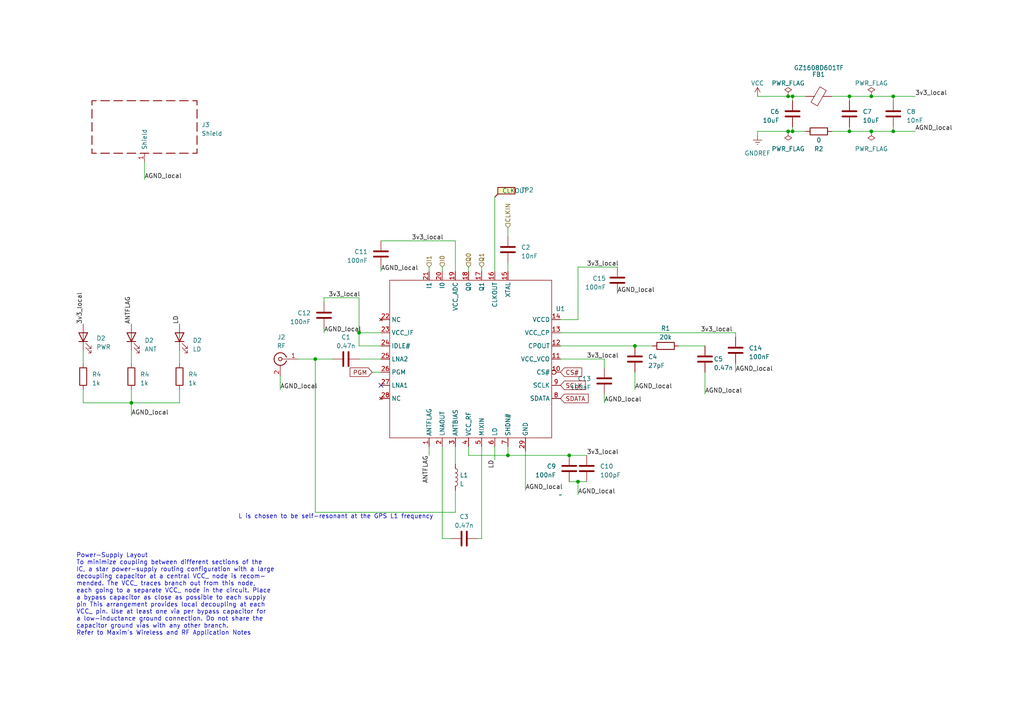
<source format=kicad_sch>
(kicad_sch (version 20230121) (generator eeschema)
  (paper "A4")
  (lib_symbols
    (symbol "Connector:Conn_Coaxial" (pin_names (offset 1.016) hide)
      (property "Reference" "J" (at 0.254 3.048 0))
      (property "Value" "Conn_Coaxial" (at 2.921 0 90))
      (symbol "Conn_Coaxial_0_1"
        (arc (start -1.778 -0.508) (mid 0.2311 -1.8066) (end 1.778 0) (stroke (width 0.254)))
        (polyline (pts (xy -2.54 0) (xy -0.508 0)))
        (polyline (pts (xy 0 -2.54) (xy 0 -1.778)))
        (circle (center 0 0) (radius 0.508) (stroke (width 0.2032)))
        (arc (start 1.778 0) (mid 0.2099 1.8101) (end -1.778 0.508) (stroke (width 0.254)))
      )
      (symbol "Conn_Coaxial_1_1"
        (pin passive line (at -5.08 0 0) (length 2.54) (name "In") (number "1"))
        (pin passive line (at 0 -5.08 90) (length 2.54) (name "Ext") (number "2"))
      )
    )
    (symbol "Connector:TestPoint_Flag" (pin_numbers hide) (pin_names (offset 0.762) hide)
      (property "Reference" "TP" (at 3.429 1.778 0))
      (property "Value" "TestPoint_Flag" (at 3.302 4.191 0))
      (symbol "TestPoint_Flag_0_1"
        (polyline (pts (xy 0 0) (xy 0.889 0.889)) (stroke (width 0.254)))
        (rectangle (start 0.889 2.794) (end 5.842 0.889) (stroke (width 0.254)) (fill (type background)))
      )
      (symbol "TestPoint_Flag_1_1"
        (pin passive line (at 0 0 90) (length 0) (name "1") (number "1"))
      )
    )
    (symbol "Device:C" (pin_numbers hide) (pin_names (offset 0.254))
      (property "Reference" "C" (at 0.635 2.54 0))
      (property "Value" "C" (at 0.635 -2.54 0))
      (symbol "C_0_1"
        (polyline (pts (xy -2.032 -0.762) (xy 2.032 -0.762)) (stroke (width 0.508)))
        (polyline (pts (xy -2.032 0.762) (xy 2.032 0.762)) (stroke (width 0.508)))
      )
      (symbol "C_1_1"
        (pin passive line (at 0 3.81 270) (length 2.794) (name "~") (number "1"))
        (pin passive line (at 0 -3.81 90) (length 2.794) (name "~") (number "2"))
      )
    )
    (symbol "Device:FerriteBead" (pin_numbers hide) (pin_names (offset 0))
      (property "Reference" "FB" (at -3.81 0.635 90))
      (property "Value" "FerriteBead" (at 3.81 0 90))
      (symbol "FerriteBead_0_1"
        (polyline (pts (xy 0 -1.27) (xy 0 -1.2192)))
        (polyline (pts (xy 0 1.27) (xy 0 1.2954)))
        (polyline (pts (xy -2.7686 0.4064) (xy -1.7018 2.2606) (xy 2.7686 -0.3048) (xy 1.6764 -2.159) (xy -2.7686 0.4064)))
      )
      (symbol "FerriteBead_1_1"
        (pin passive line (at 0 3.81 270) (length 2.54) (name "~") (number "1"))
        (pin passive line (at 0 -3.81 90) (length 2.54) (name "~") (number "2"))
      )
    )
    (symbol "Device:L" (pin_numbers hide) (pin_names (offset 1.016) hide)
      (property "Reference" "L" (at -1.27 0 90))
      (property "Value" "L" (at 1.905 0 90))
      (symbol "L_0_1"
        (arc (start 0 -2.54) (mid 0.6323 -1.905) (end 0 -1.27))
        (arc (start 0 -1.27) (mid 0.6323 -0.635) (end 0 0))
        (arc (start 0 0) (mid 0.6323 0.635) (end 0 1.27))
        (arc (start 0 1.27) (mid 0.6323 1.905) (end 0 2.54))
      )
      (symbol "L_1_1"
        (pin passive line (at 0 3.81 270) (length 1.27) (name "1") (number "1"))
        (pin passive line (at 0 -3.81 90) (length 1.27) (name "2") (number "2"))
      )
    )
    (symbol "Device:LED" (pin_numbers hide) (pin_names (offset 1.016) hide)
      (property "Reference" "D" (at 0 2.54 0))
      (property "Value" "LED" (at 0 -2.54 0))
      (symbol "LED_0_1"
        (polyline (pts (xy -1.27 -1.27) (xy -1.27 1.27)) (stroke (width 0.254)))
        (polyline (pts (xy -1.27 0) (xy 1.27 0)))
        (polyline (pts (xy 1.27 -1.27) (xy 1.27 1.27) (xy -1.27 0) (xy 1.27 -1.27)) (stroke (width 0.254)))
        (polyline (pts (xy -3.048 -0.762) (xy -4.572 -2.286) (xy -3.81 -2.286) (xy -4.572 -2.286) (xy -4.572 -1.524)))
        (polyline (pts (xy -1.778 -0.762) (xy -3.302 -2.286) (xy -2.54 -2.286) (xy -3.302 -2.286) (xy -3.302 -1.524)))
      )
      (symbol "LED_1_1"
        (pin passive line (at -3.81 0 0) (length 2.54) (name "K") (number "1"))
        (pin passive line (at 3.81 0 180) (length 2.54) (name "A") (number "2"))
      )
    )
    (symbol "Device:R" (pin_numbers hide) (pin_names (offset 0))
      (property "Reference" "R" (at 2.032 0 90))
      (property "Value" "R" (at 0 0 90))
      (symbol "R_0_1"
        (rectangle (start -1.016 -2.54) (end 1.016 2.54) (stroke (width 0.254)))
      )
      (symbol "R_1_1"
        (pin passive line (at 0 3.81 270) (length 1.27) (name "~") (number "1"))
        (pin passive line (at 0 -3.81 90) (length 1.27) (name "~") (number "2"))
      )
    )
    (symbol "Device:RFShield_OnePiece" (pin_names (offset 1.016))
      (property "Reference" "J" (at 0 5.08 0))
      (property "Value" "RFShield_OnePiece" (at 0 2.54 0))
      (symbol "RFShield_OnePiece_0_1"
        (polyline (pts (xy -15.24 -5.08) (xy -15.24 -2.54)) (stroke (width 0.254)))
        (polyline (pts (xy -15.24 -1.27) (xy -15.24 1.27)) (stroke (width 0.254)))
        (polyline (pts (xy -15.24 2.54) (xy -15.24 5.08)) (stroke (width 0.254)))
        (polyline (pts (xy -12.7 7.62) (xy -10.16 7.62)) (stroke (width 0.254)))
        (polyline (pts (xy -10.16 -7.62) (xy -12.7 -7.62)) (stroke (width 0.254)))
        (polyline (pts (xy -6.35 -7.62) (xy -8.89 -7.62)) (stroke (width 0.254)))
        (polyline (pts (xy -6.35 7.62) (xy -8.89 7.62)) (stroke (width 0.254)))
        (polyline (pts (xy -2.54 -7.62) (xy -5.08 -7.62)) (stroke (width 0.254)))
        (polyline (pts (xy -2.54 7.62) (xy -5.08 7.62)) (stroke (width 0.254)))
        (polyline (pts (xy -1.27 -7.62) (xy 1.27 -7.62)) (stroke (width 0.254)))
        (polyline (pts (xy 1.27 7.62) (xy -1.27 7.62)) (stroke (width 0.254)))
        (polyline (pts (xy 2.54 -7.62) (xy 5.08 -7.62)) (stroke (width 0.254)))
        (polyline (pts (xy 5.08 7.62) (xy 2.54 7.62)) (stroke (width 0.254)))
        (polyline (pts (xy 6.35 -7.62) (xy 8.89 -7.62)) (stroke (width 0.254)))
        (polyline (pts (xy 8.89 7.62) (xy 6.35 7.62)) (stroke (width 0.254)))
        (polyline (pts (xy 10.16 -7.62) (xy 12.7 -7.62)) (stroke (width 0.254)))
        (polyline (pts (xy 12.7 7.62) (xy 10.16 7.62)) (stroke (width 0.254)))
        (polyline (pts (xy 15.24 -5.08) (xy 15.24 -2.54)) (stroke (width 0.254)))
        (polyline (pts (xy 15.24 -1.27) (xy 15.24 1.27)) (stroke (width 0.254)))
        (polyline (pts (xy 15.24 2.54) (xy 15.24 5.08)) (stroke (width 0.254)))
        (polyline (pts (xy -15.24 6.35) (xy -15.24 7.62) (xy -13.97 7.62)) (stroke (width 0.254)))
        (polyline (pts (xy -13.97 -7.62) (xy -15.24 -7.62) (xy -15.24 -6.35)) (stroke (width 0.254)))
        (polyline (pts (xy 13.97 -7.62) (xy 15.24 -7.62) (xy 15.24 -6.35)) (stroke (width 0.254)))
        (polyline (pts (xy 15.24 6.35) (xy 15.24 7.62) (xy 13.97 7.62)) (stroke (width 0.254)))
      )
      (symbol "RFShield_OnePiece_1_1"
        (pin passive line (at 0 -10.16 90) (length 2.54) (name "Shield") (number "1"))
      )
    )
    (symbol "power:GNDREF" (power) (pin_names (offset 0))
      (property "Value" "GNDREF" (at 0 -3.81 0))
      (symbol "GNDREF_0_1"
        (polyline (pts (xy -0.635 -1.905) (xy 0.635 -1.905)))
        (polyline (pts (xy -0.127 -2.54) (xy 0.127 -2.54)))
        (polyline (pts (xy 0 -1.27) (xy 0 0)))
        (polyline (pts (xy 1.27 -1.27) (xy -1.27 -1.27)))
      )
      (symbol "GNDREF_1_1"
        (pin power_in line (at 0 0 270) (length 0) hide (name "GNDREF") (number "1"))
      )
    )
    (symbol "power:PWR_FLAG" (power) (pin_numbers hide) (pin_names (offset 0) hide)
      (property "Value" "PWR_FLAG" (at 0 3.81 0))
      (symbol "PWR_FLAG_0_0"
        (pin power_out line (at 0 0 90) (length 0) (name "pwr") (number "1"))
      )
      (symbol "PWR_FLAG_0_1"
        (polyline (pts (xy 0 0) (xy 0 1.27) (xy -1.016 1.905) (xy 0 2.54) (xy 1.016 1.905) (xy 0 1.27)))
      )
    )
    (symbol "power:VCC" (power) (pin_names (offset 0))
      (property "Value" "VCC" (at 0 3.81 0))
      (symbol "VCC_0_1"
        (polyline (pts (xy -0.762 1.27) (xy 0 2.54)))
        (polyline (pts (xy 0 0) (xy 0 2.54)))
        (polyline (pts (xy 0 2.54) (xy 0.762 1.27)))
      )
      (symbol "VCC_1_1"
        (pin power_in line (at 0 0 90) (length 0) hide (name "VCC") (number "1"))
      )
    )
    (symbol "tart:Max2769BETI"
      (property "Reference" "U" (at 0 0 0))
      (property "Value" "Max2769BETI" (at 26.67 -39.37 0))
      (symbol "Max2769BETI_0_0"
        (pin unspecified line (at -11.43 -25.4 90) (length 2.54) (name "ANTFLAG") (number "1"))
        (pin power_in line (at 26.67 0 180) (length 2.54) (name "VCC_VCO") (number "11"))
        (pin output line (at 26.67 3.81 180) (length 2.54) (name "CPOUT") (number "12"))
        (pin power_in line (at 26.67 7.62 180) (length 2.54) (name "VCC_CP") (number "13"))
        (pin power_in line (at 26.67 11.43 180) (length 2.54) (name "VCCD") (number "14"))
        (pin input line (at 11.43 25.4 270) (length 2.54) (name "XTAL") (number "15"))
        (pin output line (at 7.62 25.4 270) (length 2.54) (name "CLKOUT") (number "16"))
        (pin output line (at 3.81 25.4 270) (length 2.54) (name "Q1") (number "17"))
        (pin output line (at 0 25.4 270) (length 2.54) (name "Q0") (number "18"))
        (pin unspecified line (at -7.62 -25.4 90) (length 2.54) (name "LNAOUT") (number "2"))
        (pin output line (at -7.62 25.4 270) (length 2.54) (name "I0") (number "20"))
        (pin output line (at -11.43 25.4 270) (length 2.54) (name "I1") (number "21"))
        (pin no_connect line (at -25.4 11.43 0) (length 2.54) (name "NC") (number "22"))
        (pin power_in line (at -25.4 7.62 0) (length 2.54) (name "VCC_IF") (number "23"))
        (pin input line (at -25.4 3.81 0) (length 2.54) (name "IDLE#") (number "24"))
        (pin input line (at -25.4 0 0) (length 2.54) (name "LNA2") (number "25"))
        (pin input line (at -25.4 -3.81 0) (length 2.54) (name "PGM") (number "26"))
        (pin input line (at -25.4 -7.62 0) (length 2.54) (name "LNA1") (number "27"))
        (pin no_connect line (at -25.4 -11.43 0) (length 2.54) (name "NC") (number "28"))
        (pin unspecified line (at -3.81 -25.4 90) (length 2.54) (name "ANTBIAS") (number "3"))
        (pin unspecified line (at 0 -25.4 90) (length 2.54) (name "VCC_RF") (number "4"))
        (pin unspecified line (at 3.81 -25.4 90) (length 2.54) (name "MIXIN") (number "5"))
        (pin unspecified line (at 7.62 -25.4 90) (length 2.54) (name "LD") (number "6"))
        (pin unspecified line (at 11.43 -25.4 90) (length 2.54) (name "SHDN#") (number "7"))
        (pin unspecified line (at 26.67 -11.43 180) (length 2.54) (name "SDATA") (number "8"))
        (pin input line (at 26.67 -7.62 180) (length 2.54) (name "SCLK") (number "9"))
      )
      (symbol "Max2769BETI_0_1"
        (rectangle (start -22.86 22.86) (end 24.13 -22.86))
      )
      (symbol "Max2769BETI_1_0"
        (pin input inverted (at 26.67 -3.81 180) (length 2.54) (name "CS#") (number "10"))
        (pin power_in line (at -3.81 25.4 270) (length 2.54) (name "VCC_ADC") (number "19"))
      )
      (symbol "Max2769BETI_1_1"
        (pin power_in line (at 16.51 -26.67 90) (length 3.81) (name "GND") (number "29"))
      )
    )
  )
  (junction (at 167.64 139.7))
  (junction (at 259.08 27.94))
  (junction (at 229.87 38.1))
  (junction (at 228.6 27.94))
  (junction (at 228.6 38.1))
  (junction (at 259.08 38.1))
  (junction (at 184.15 100.33))
  (junction (at 147.32 132.08))
  (junction (at 165.1 132.08))
  (junction (at 246.38 38.1))
  (junction (at 104.14 96.52))
  (junction (at 91.44 104.14))
  (junction (at 246.38 27.94))
  (junction (at 252.73 38.1))
  (junction (at 252.73 27.94))
  (junction (at 229.87 27.94))
  (junction (at 38.1 116.84))
  (no_connect (at 110.49 111.76))
  (wire (pts (xy 104.14 104.14) (xy 110.49 104.14)))
  (wire (pts (xy 139.7 156.21) (xy 138.43 156.21)))
  (wire (pts (xy 241.3 27.94) (xy 246.38 27.94)))
  (wire (pts (xy 167.64 77.47) (xy 179.07 77.47)))
  (wire (pts (xy 213.36 97.79) (xy 213.36 96.52)))
  (wire (pts (xy 132.08 148.59) (xy 91.44 148.59)))
  (wire (pts (xy 24.13 116.84) (xy 38.1 116.84)))
  (wire (pts (xy 175.26 114.3) (xy 175.26 116.84)))
  (wire (pts (xy 246.38 38.1) (xy 246.38 36.83)))
  (wire (pts (xy 204.47 114.3) (xy 204.47 107.95)))
  (wire (pts (xy 135.89 132.08) (xy 147.32 132.08)))
  (wire (pts (xy 167.64 143.51) (xy 167.64 139.7)))
  (wire (pts (xy 147.32 132.08) (xy 165.1 132.08)))
  (wire (pts (xy 228.6 27.94) (xy 229.87 27.94)))
  (wire (pts (xy 175.26 104.14) (xy 175.26 106.68)))
  (wire (pts (xy 110.49 69.85) (xy 132.08 69.85)))
  (wire (pts (xy 228.6 38.1) (xy 229.87 38.1)))
  (wire (pts (xy 167.64 139.7) (xy 170.18 139.7)))
  (wire (pts (xy 213.36 107.95) (xy 213.36 105.41)))
  (wire (pts (xy 81.28 113.03) (xy 81.28 109.22)))
  (wire (pts (xy 147.32 68.58) (xy 147.32 66.04)))
  (wire (pts (xy 219.71 38.1) (xy 228.6 38.1)))
  (wire (pts (xy 259.08 38.1) (xy 265.43 38.1)))
  (wire (pts (xy 143.51 129.54) (xy 143.51 133.35)))
  (wire (pts (xy 229.87 27.94) (xy 233.68 27.94)))
  (wire (pts (xy 38.1 116.84) (xy 38.1 120.65)))
  (wire (pts (xy 93.98 86.36) (xy 104.14 86.36)))
  (wire (pts (xy 252.73 38.1) (xy 259.08 38.1)))
  (wire (pts (xy 229.87 27.94) (xy 229.87 29.21)))
  (wire (pts (xy 132.08 69.85) (xy 132.08 78.74)))
  (wire (pts (xy 147.32 76.2) (xy 147.32 78.74)))
  (wire (pts (xy 52.07 101.6) (xy 52.07 105.41)))
  (wire (pts (xy 110.49 100.33) (xy 104.14 100.33)))
  (wire (pts (xy 38.1 113.03) (xy 38.1 116.84)))
  (wire (pts (xy 91.44 104.14) (xy 96.52 104.14)))
  (wire (pts (xy 38.1 101.6) (xy 38.1 105.41)))
  (wire (pts (xy 104.14 100.33) (xy 104.14 96.52)))
  (wire (pts (xy 162.56 100.33) (xy 184.15 100.33)))
  (wire (pts (xy 132.08 129.54) (xy 132.08 134.62)))
  (wire (pts (xy 162.56 92.71) (xy 167.64 92.71)))
  (wire (pts (xy 135.89 77.47) (xy 135.89 78.74)))
  (wire (pts (xy 259.08 38.1) (xy 259.08 36.83)))
  (wire (pts (xy 52.07 116.84) (xy 38.1 116.84)))
  (wire (pts (xy 124.46 77.47) (xy 124.46 78.74)))
  (wire (pts (xy 229.87 38.1) (xy 229.87 36.83)))
  (wire (pts (xy 184.15 100.33) (xy 189.23 100.33)))
  (wire (pts (xy 128.27 77.47) (xy 128.27 78.74)))
  (wire (pts (xy 52.07 113.03) (xy 52.07 116.84)))
  (wire (pts (xy 104.14 86.36) (xy 104.14 96.52)))
  (wire (pts (xy 110.49 96.52) (xy 104.14 96.52)))
  (wire (pts (xy 241.3 38.1) (xy 246.38 38.1)))
  (wire (pts (xy 165.1 132.08) (xy 170.18 132.08)))
  (wire (pts (xy 91.44 104.14) (xy 91.44 148.59)))
  (wire (pts (xy 196.85 100.33) (xy 204.47 100.33)))
  (wire (pts (xy 86.36 104.14) (xy 91.44 104.14)))
  (wire (pts (xy 259.08 27.94) (xy 265.43 27.94)))
  (wire (pts (xy 124.46 129.54) (xy 124.46 132.08)))
  (wire (pts (xy 259.08 29.21) (xy 259.08 27.94)))
  (wire (pts (xy 152.4 130.81) (xy 152.4 142.24)))
  (wire (pts (xy 162.56 96.52) (xy 213.36 96.52)))
  (wire (pts (xy 110.49 78.74) (xy 110.49 77.47)))
  (wire (pts (xy 24.13 113.03) (xy 24.13 116.84)))
  (wire (pts (xy 132.08 142.24) (xy 132.08 148.59)))
  (wire (pts (xy 130.81 156.21) (xy 128.27 156.21)))
  (wire (pts (xy 219.71 27.94) (xy 228.6 27.94)))
  (wire (pts (xy 162.56 104.14) (xy 175.26 104.14)))
  (wire (pts (xy 167.64 92.71) (xy 167.64 77.47)))
  (wire (pts (xy 139.7 129.54) (xy 139.7 156.21)))
  (wire (pts (xy 93.98 96.52) (xy 93.98 95.25)))
  (wire (pts (xy 246.38 27.94) (xy 246.38 29.21)))
  (wire (pts (xy 41.91 52.07) (xy 41.91 46.99)))
  (wire (pts (xy 135.89 129.54) (xy 135.89 132.08)))
  (wire (pts (xy 165.1 139.7) (xy 167.64 139.7)))
  (wire (pts (xy 139.7 77.47) (xy 139.7 78.74)))
  (wire (pts (xy 24.13 101.6) (xy 24.13 105.41)))
  (wire (pts (xy 107.95 107.95) (xy 110.49 107.95)))
  (wire (pts (xy 93.98 87.63) (xy 93.98 86.36)))
  (wire (pts (xy 229.87 38.1) (xy 233.68 38.1)))
  (wire (pts (xy 147.32 129.54) (xy 147.32 132.08)))
  (wire (pts (xy 252.73 27.94) (xy 246.38 27.94)))
  (wire (pts (xy 128.27 156.21) (xy 128.27 129.54)))
  (wire (pts (xy 184.15 113.03) (xy 184.15 107.95)))
  (wire (pts (xy 246.38 38.1) (xy 252.73 38.1)))
  (wire (pts (xy 219.71 39.37) (xy 219.71 38.1)))
  (wire (pts (xy 259.08 27.94) (xy 252.73 27.94)))
  (wire (pts (xy 143.51 57.15) (xy 143.51 78.74)))
  (text "L is chosen to be self-resonant at the GPS L1 frequency" (at 69.088 150.622 0) (effects (font (size 1.27 1.27)) (justify left bottom)))
  (text "Power-Supply Layout\nTo minimize coupling between different sections of the\nIC, a star power-supply routing configuration with a large\ndecoupling capacitor at a central VCC_ node is recom-\nmended. The VCC_ traces branch out from this node,\neach going to a separate VCC_ node in the circuit. Place\na bypass capacitor as close as possible to each supply\npin This arrangement provides local decoupling at each\nVCC_ pin. Use at least one via per bypass capacitor for\na low-inductance ground connection. Do not share the\ncapacitor ground vias with any other branch.\nRefer to Maxim's Wireless and RF Application Notes\n" (at 22.098 184.404 0) (effects (font (size 1.27 1.27)) (justify left bottom)))
  (label "LD" (at 143.51 133.35 270))
  (label "3v3_local" (at 170.18 132.08 0))
  (label "AGND_local" (at 41.91 52.07 0))
  (label "3v3_local" (at 203.2 96.52 0))
  (label "LD" (at 52.07 93.98 90))
  (label "3v3_local" (at 170.18 104.14 0))
  (label "AGND_local" (at 184.15 113.03 0))
  (label "AGND_local" (at 93.98 96.52 0))
  (label "ANTFLAG" (at 38.1 93.98 90))
  (label "AGND_local" (at 110.49 78.74 0))
  (label "ANTFLAG" (at 124.46 132.08 270))
  (label "AGND_local" (at 204.47 114.3 0))
  (label "AGND_local" (at 179.07 85.09 0))
  (label "3v3_local" (at 170.18 77.47 0))
  (label "AGND_local" (at 38.1 120.65 0))
  (label "3v3_local" (at 265.43 27.94 0))
  (label "3v3_local" (at 95.25 86.36 0))
  (label "AGND_local" (at 175.26 116.84 0))
  (label "AGND_local" (at 152.4 142.24 0))
  (label "AGND_local" (at 213.36 107.95 0))
  (label "AGND_local" (at 81.28 113.03 0))
  (label "3v3_local" (at 119.38 69.85 0))
  (label "AGND_local" (at 265.43 38.1 0))
  (label "AGND_local" (at 167.64 143.51 0))
  (label "3v3_local" (at 24.13 93.98 90))
  (global_label "SDATA" (shape input) (at 162.56 115.57 0) (property "Intersheetrefs" "${INTERSHEET_REFS}" (effects hide)))
  (global_label "PGM" (shape input) (at 107.95 107.95 180) (property "Intersheetrefs" "${INTERSHEET_REFS}" (effects hide)))
  (global_label "SCLK" (shape input) (at 162.56 111.76 0) (property "Intersheetrefs" "${INTERSHEET_REFS}" (effects hide)))
  (global_label "CS#" (shape input) (at 162.56 107.95 0) (property "Intersheetrefs" "${INTERSHEET_REFS}" (effects hide)))
  (hierarchical_label "I1" (shape input) (at 124.46 77.47 90))
  (hierarchical_label "Q0" (shape input) (at 135.89 77.47 90))
  (hierarchical_label "CLKIN" (shape input) (at 147.32 66.04 90))
  (hierarchical_label "Q1" (shape input) (at 139.7 77.47 90))
  (hierarchical_label "I0" (shape input) (at 128.27 77.47 90))
  (symbol (lib_id "Connector:Conn_Coaxial") (at 81.28 104.14 0) (mirror y) (unit 1)
    (property "Reference" "J2" (at 81.5974 97.79 0))
    (property "Value" "RF" (at 81.5974 100.33 0))
    (property "Footprint" "Connector_Coaxial:SMA_Amphenol_132291_Vertical" (effects hide))
    (property "Datasheet" " ~" (effects hide))
    (instances (project "design" (path "" (reference "J2") (unit 1)) (path "" (reference "J2") (unit 1)) (path "" (reference "J5") (unit 1)) (path "" (reference "J7") (unit 1)) (path "" (reference "J9") (unit 1))))
  )
  (symbol (lib_id "Device:R") (at 193.04 100.33 90) (unit 1)
    (property "Reference" "R1" (at 193.04 95.25 90))
    (property "Value" "20k" (at 193.04 97.79 90))
    (property "Footprint" "Resistor_SMD:R_0402_1005Metric" (effects hide))
    (instances (project "design" (path "" (reference "R1") (unit 1)) (path "" (reference "R1") (unit 1)) (path "" (reference "R16") (unit 1)) (path "" (reference "R20") (unit 1)) (path "" (reference "R24") (unit 1))))
  )
  (symbol (lib_id "Device:C") (at 110.49 73.66 0) (mirror y) (unit 1)
    (property "Reference" "C11" (at 106.68 73.025 0) (effects (justify left)))
    (property "Value" "100nF" (at 106.68 75.565 0) (effects (justify left)))
    (property "Footprint" "Capacitor_SMD:C_0402_1005Metric" (effects hide))
    (instances (project "design" (path "" (reference "C11") (unit 1)) (path "" (reference "C3") (unit 1)) (path "" (reference "C18") (unit 1)) (path "" (reference "C30") (unit 1)) (path "" (reference "C42") (unit 1))))
  )
  (symbol (lib_id "Device:R") (at 24.13 109.22 0) (unit 1)
    (property "Reference" "R4" (at 26.67 108.585 0) (effects (justify left)))
    (property "Value" "1k" (at 26.67 111.125 0) (effects (justify left)))
    (property "Footprint" "Resistor_SMD:R_0402_1005Metric" (effects hide))
    (property "LCSC" "C25900" (effects hide))
    (instances (project "attorv" (path "" (reference "R4") (unit 1))) (project "batomatic" (path "" (reference "R5") (unit 1))) (project "design" (path "" (reference "R12") (unit 1)) (path "" (reference "R10") (unit 1)) (path "" (reference "R13") (unit 1)) (path "" (reference "R17") (unit 1)) (path "" (reference "R21") (unit 1))) (project "baseboard" (path "" (reference "R4") (unit 1))))
  )
  (symbol (lib_id "power:PWR_FLAG") (at 228.6 27.94 0) (unit 1)
    (property "Reference" "#FLG03" (effects hide))
    (property "Value" "PWR_FLAG" (at 228.6 24.13 0))
    (instances (project "design" (path "" (reference "#FLG03") (unit 1)) (path "" (reference "#FLG01") (unit 1)) (path "" (reference "#FLG05") (unit 1)) (path "" (reference "#FLG09") (unit 1)) (path "" (reference "#FLG013") (unit 1))))
  )
  (symbol (lib_id "Device:R") (at 38.1 109.22 0) (unit 1)
    (property "Reference" "R4" (at 40.64 108.585 0) (effects (justify left)))
    (property "Value" "1k" (at 40.64 111.125 0) (effects (justify left)))
    (property "Footprint" "Resistor_SMD:R_0402_1005Metric" (effects hide))
    (property "LCSC" "C25900" (effects hide))
    (instances (project "attorv" (path "" (reference "R4") (unit 1))) (project "batomatic" (path "" (reference "R5") (unit 1))) (project "design" (path "" (reference "R10") (unit 1)) (path "" (reference "R11") (unit 1)) (path "" (reference "R14") (unit 1)) (path "" (reference "R18") (unit 1)) (path "" (reference "R22") (unit 1))) (project "baseboard" (path "" (reference "R4") (unit 1))))
  )
  (symbol (lib_id "Device:R") (at 237.49 38.1 90) (mirror x) (unit 1)
    (property "Reference" "R2" (at 237.49 43.18 90))
    (property "Value" "0" (at 237.49 40.64 90))
    (property "Footprint" "Resistor_SMD:R_0402_1005Metric" (effects hide))
    (instances (project "design" (path "" (reference "R2") (unit 1)) (path "" (reference "R2") (unit 1)) (path "" (reference "R25") (unit 1)) (path "" (reference "R26") (unit 1)) (path "" (reference "R27") (unit 1))))
  )
  (symbol (lib_id "power:PWR_FLAG") (at 252.73 27.94 0) (unit 1)
    (property "Reference" "#FLG01" (effects hide))
    (property "Value" "PWR_FLAG" (at 252.73 24.13 0))
    (instances (project "design" (path "" (reference "#FLG01") (unit 1)) (path "" (reference "#FLG03") (unit 1)) (path "" (reference "#FLG07") (unit 1)) (path "" (reference "#FLG011") (unit 1)) (path "" (reference "#FLG015") (unit 1))))
  )
  (symbol (lib_id "Device:L") (at 132.08 138.43 0) (unit 1)
    (property "Reference" "L1" (at 133.35 137.795 0) (effects (justify left)))
    (property "Value" "L" (at 133.35 140.335 0) (effects (justify left)))
    (property "Footprint" "Inductor_SMD:L_0402_1005Metric" (effects hide))
    (instances (project "design" (path "" (reference "L1") (unit 1)) (path "" (reference "L1") (unit 1)) (path "" (reference "L2") (unit 1)) (path "" (reference "L3") (unit 1)) (path "" (reference "L4") (unit 1))))
  )
  (symbol (lib_id "Device:C") (at 93.98 91.44 0) (mirror y) (unit 1)
    (property "Reference" "C12" (at 90.17 90.805 0) (effects (justify left)))
    (property "Value" "100nF" (at 90.17 93.345 0) (effects (justify left)))
    (property "Footprint" "Capacitor_SMD:C_0402_1005Metric" (effects hide))
    (instances (project "design" (path "" (reference "C12") (unit 1)) (path "" (reference "C1") (unit 1)) (path "" (reference "C16") (unit 1)) (path "" (reference "C28") (unit 1)) (path "" (reference "C40") (unit 1))))
  )
  (symbol (lib_id "Device:LED") (at 24.13 97.79 90) (unit 1)
    (property "Reference" "D2" (at 27.94 98.1074 90) (effects (justify right)))
    (property "Value" "PWR" (at 27.94 100.6474 90) (effects (justify right)))
    (property "Footprint" "Diode_SMD:D_0603_1608Metric" (effects hide))
    (property "LCSC" "C72043" (effects hide))
    (instances (project "attorv" (path "" (reference "D2") (unit 1))) (project "batomatic" (path "" (reference "D3") (unit 1))) (project "design" (path "" (reference "D3") (unit 1)) (path "" (reference "D1") (unit 1)) (path "" (reference "D4") (unit 1)) (path "" (reference "D7") (unit 1)) (path "" (reference "D10") (unit 1))) (project "baseboard" (path "" (reference "D2") (unit 1))))
  )
  (symbol (lib_id "Device:C") (at 147.32 72.39 0) (unit 1)
    (property "Reference" "C2" (at 151.13 71.755 0) (effects (justify left)))
    (property "Value" "10nF" (at 151.13 74.295 0) (effects (justify left)))
    (property "Footprint" "Capacitor_SMD:C_0402_1005Metric" (effects hide))
    (instances (project "design" (path "" (reference "C2") (unit 1)) (path "" (reference "C5") (unit 1)) (path "" (reference "C20") (unit 1)) (path "" (reference "C32") (unit 1)) (path "" (reference "C44") (unit 1))))
  )
  (symbol (lib_id "Device:C") (at 229.87 33.02 0) (mirror y) (unit 1)
    (property "Reference" "C6" (at 226.06 32.385 0) (effects (justify left)))
    (property "Value" "10uF" (at 226.06 34.925 0) (effects (justify left)))
    (property "Footprint" "Capacitor_SMD:C_0603_1608Metric" (effects hide))
    (instances (project "design" (path "" (reference "C6") (unit 1)) (path "" (reference "C6") (unit 1)) (path "" (reference "C52") (unit 1)) (path "" (reference "C55") (unit 1)) (path "" (reference "C58") (unit 1))))
  )
  (symbol (lib_id "Device:C") (at 175.26 110.49 0) (mirror y) (unit 1)
    (property "Reference" "C13" (at 171.45 109.855 0) (effects (justify left)))
    (property "Value" "100nF" (at 171.45 112.395 0) (effects (justify left)))
    (property "Footprint" "Capacitor_SMD:C_0402_1005Metric" (effects hide))
    (instances (project "design" (path "" (reference "C13") (unit 1)) (path "" (reference "C12") (unit 1)) (path "" (reference "C24") (unit 1)) (path "" (reference "C36") (unit 1)) (path "" (reference "C48") (unit 1))))
  )
  (symbol (lib_id "Device:LED") (at 38.1 97.79 90) (unit 1)
    (property "Reference" "D2" (at 41.91 98.7425 90) (effects (justify right)))
    (property "Value" "ANT" (at 41.91 101.2825 90) (effects (justify right)))
    (property "Footprint" "Diode_SMD:D_0603_1608Metric" (effects hide))
    (property "LCSC" "C72043" (effects hide))
    (instances (project "attorv" (path "" (reference "D2") (unit 1))) (project "batomatic" (path "" (reference "D3") (unit 1))) (project "design" (path "" (reference "D1") (unit 1)) (path "" (reference "D2") (unit 1)) (path "" (reference "D5") (unit 1)) (path "" (reference "D8") (unit 1)) (path "" (reference "D11") (unit 1))) (project "baseboard" (path "" (reference "D2") (unit 1))))
  )
  (symbol (lib_id "Device:C") (at 134.62 156.21 270) (unit 1)
    (property "Reference" "C3" (at 134.62 149.86 90))
    (property "Value" "0.47n" (at 134.62 152.4 90))
    (property "Footprint" "Capacitor_SMD:C_0402_1005Metric" (effects hide))
    (instances (project "design" (path "" (reference "C3") (unit 1)) (path "" (reference "C4") (unit 1)) (path "" (reference "C19") (unit 1)) (path "" (reference "C31") (unit 1)) (path "" (reference "C43") (unit 1))))
  )
  (symbol (lib_id "Device:C") (at 100.33 104.14 270) (unit 1)
    (property "Reference" "C1" (at 100.33 97.79 90))
    (property "Value" "0.47n" (at 100.33 100.33 90))
    (property "Footprint" "Capacitor_SMD:C_0402_1005Metric" (effects hide))
    (instances (project "design" (path "" (reference "C1") (unit 1)) (path "" (reference "C2") (unit 1)) (path "" (reference "C17") (unit 1)) (path "" (reference "C29") (unit 1)) (path "" (reference "C41") (unit 1))))
  )
  (symbol (lib_id "Device:RFShield_OnePiece") (at 41.91 36.83 0) (unit 1)
    (property "Reference" "J3" (at 58.42 36.195 0) (effects (justify left)))
    (property "Value" "Shield" (at 58.42 38.735 0) (effects (justify left)))
    (property "Footprint" "RF_Shielding:Laird_Technologies_BMI-S-101_13.66x12.70mm" (effects hide))
    (instances (project "design" (path "" (reference "J3") (unit 1)) (path "" (reference "J3") (unit 1)) (path "" (reference "J4") (unit 1)) (path "" (reference "J6") (unit 1)) (path "" (reference "J8") (unit 1))))
  )
  (symbol (lib_id "Device:C") (at 165.1 135.89 0) (mirror y) (unit 1)
    (property "Reference" "C9" (at 161.29 135.255 0) (effects (justify left)))
    (property "Value" "100nF" (at 161.29 137.795 0) (effects (justify left)))
    (property "Footprint" "Capacitor_SMD:C_0402_1005Metric" (effects hide))
    (instances (project "design" (path "" (reference "C9") (unit 1)) (path "" (reference "C9") (unit 1)) (path "" (reference "C21") (unit 1)) (path "" (reference "C33") (unit 1)) (path "" (reference "C45") (unit 1))))
  )
  (symbol (lib_id "tart:Max2769BETI") (at 135.89 104.14 0) (unit 1)
    (property "Reference" "U1" (at 162.56 89.5603 0))
    (property "Value" "~" (at 162.56 143.51 0))
    (property "Footprint" "Package_DFN_QFN:TQFN-28-1EP_5x5mm_P0.5mm_EP3.25x3.25mm_ThermalVias" (effects hide))
    (property "LCSC" "C118482" (effects hide))
    (instances (project "design" (path "" (reference "U1") (unit 1)) (path "" (reference "U1") (unit 1)) (path "" (reference "U3") (unit 1)) (path "" (reference "U4") (unit 1)) (path "" (reference "U5") (unit 1))))
  )
  (symbol (lib_id "Device:C") (at 213.36 101.6 0) (unit 1)
    (property "Reference" "C14" (at 217.17 100.965 0) (effects (justify left)))
    (property "Value" "100nF" (at 217.17 103.505 0) (effects (justify left)))
    (property "Footprint" "Capacitor_SMD:C_0402_1005Metric" (effects hide))
    (instances (project "design" (path "" (reference "C14") (unit 1)) (path "" (reference "C15") (unit 1)) (path "" (reference "C27") (unit 1)) (path "" (reference "C39") (unit 1)) (path "" (reference "C51") (unit 1))))
  )
  (symbol (lib_id "power:VCC") (at 219.71 27.94 0) (unit 1)
    (property "Reference" "#PWR03" (effects hide))
    (property "Value" "VCC" (at 219.71 24.13 0))
    (instances (project "design" (path "" (reference "#PWR03") (unit 1)) (path "" (reference "#PWR03") (unit 1)) (path "" (reference "#PWR085") (unit 1)) (path "" (reference "#PWR089") (unit 1)) (path "" (reference "#PWR093") (unit 1))))
  )
  (symbol (lib_id "Device:FerriteBead") (at 237.49 27.94 90) (unit 1)
    (property "Reference" "FB1" (at 237.4392 21.59 90))
    (property "Value" "GZ1608D601TF" (at 237.49 19.685 90))
    (property "Footprint" "Inductor_SMD:L_0603_1608Metric" (effects hide))
    (property "LCSC" "C1002" (effects hide))
    (instances (project "design" (path "" (reference "FB1") (unit 1)) (path "" (reference "FB1") (unit 1)) (path "" (reference "FB2") (unit 1)) (path "" (reference "FB3") (unit 1)) (path "" (reference "FB4") (unit 1))))
  )
  (symbol (lib_id "Device:C") (at 184.15 104.14 180) (unit 1)
    (property "Reference" "C4" (at 187.96 103.505 0) (effects (justify right)))
    (property "Value" "27pF" (at 187.96 106.045 0) (effects (justify right)))
    (property "Footprint" "Capacitor_SMD:C_0402_1005Metric" (effects hide))
    (instances (project "design" (path "" (reference "C4") (unit 1)) (path "" (reference "C11") (unit 1)) (path "" (reference "C23") (unit 1)) (path "" (reference "C35") (unit 1)) (path "" (reference "C47") (unit 1))))
  )
  (symbol (lib_id "Device:C") (at 170.18 135.89 0) (unit 1)
    (property "Reference" "C10" (at 173.99 135.255 0) (effects (justify left)))
    (property "Value" "100pF" (at 173.99 137.795 0) (effects (justify left)))
    (property "Footprint" "Capacitor_SMD:C_0402_1005Metric" (effects hide))
    (instances (project "design" (path "" (reference "C10") (unit 1)) (path "" (reference "C10") (unit 1)) (path "" (reference "C22") (unit 1)) (path "" (reference "C34") (unit 1)) (path "" (reference "C46") (unit 1))))
  )
  (symbol (lib_id "power:PWR_FLAG") (at 252.73 38.1 180) (unit 1)
    (property "Reference" "#FLG02" (effects hide))
    (property "Value" "PWR_FLAG" (at 252.73 43.18 0))
    (instances (project "design" (path "" (reference "#FLG02") (unit 1)) (path "" (reference "#FLG04") (unit 1)) (path "" (reference "#FLG08") (unit 1)) (path "" (reference "#FLG012") (unit 1)) (path "" (reference "#FLG016") (unit 1))))
  )
  (symbol (lib_id "Device:C") (at 204.47 104.14 0) (unit 1)
    (property "Reference" "C5" (at 207.01 104.14 0) (effects (justify left)))
    (property "Value" "0.47n" (at 207.01 106.68 0) (effects (justify left)))
    (property "Footprint" "Capacitor_SMD:C_0402_1005Metric" (effects hide))
    (instances (project "design" (path "" (reference "C5") (unit 1)) (path "" (reference "C14") (unit 1)) (path "" (reference "C26") (unit 1)) (path "" (reference "C38") (unit 1)) (path "" (reference "C50") (unit 1))))
  )
  (symbol (lib_id "Device:C") (at 246.38 33.02 0) (unit 1)
    (property "Reference" "C7" (at 250.19 32.385 0) (effects (justify left)))
    (property "Value" "10uF" (at 250.19 34.925 0) (effects (justify left)))
    (property "Footprint" "Capacitor_SMD:C_0603_1608Metric" (effects hide))
    (instances (project "design" (path "" (reference "C7") (unit 1)) (path "" (reference "C7") (unit 1)) (path "" (reference "C53") (unit 1)) (path "" (reference "C56") (unit 1)) (path "" (reference "C59") (unit 1))))
  )
  (symbol (lib_id "Connector:TestPoint_Flag") (at 143.51 57.15 0) (unit 1)
    (property "Reference" "TP2" (at 151.13 55.118 0) (effects (justify left)))
    (property "Value" "CLKOUT" (at 145.6293 55.3223 0) (effects (justify left)))
    (property "Footprint" "TestPoint:TestPoint_THTPad_D1.0mm_Drill0.5mm" (effects hide))
    (instances (project "attorv" (path "" (reference "TP2") (unit 1))) (project "design" (path "" (reference "TP1") (unit 1)) (path "" (reference "TP1") (unit 1)) (path "" (reference "TP3") (unit 1)) (path "" (reference "TP4") (unit 1)) (path "" (reference "TP5") (unit 1))) (project "baseboard" (path "" (reference "TP4") (unit 1))))
  )
  (symbol (lib_id "Device:R") (at 52.07 109.22 0) (unit 1)
    (property "Reference" "R4" (at 54.61 108.585 0) (effects (justify left)))
    (property "Value" "1k" (at 54.61 111.125 0) (effects (justify left)))
    (property "Footprint" "Resistor_SMD:R_0402_1005Metric" (effects hide))
    (property "LCSC" "C25900" (effects hide))
    (instances (project "attorv" (path "" (reference "R4") (unit 1))) (project "batomatic" (path "" (reference "R5") (unit 1))) (project "design" (path "" (reference "R11") (unit 1)) (path "" (reference "R12") (unit 1)) (path "" (reference "R15") (unit 1)) (path "" (reference "R19") (unit 1)) (path "" (reference "R23") (unit 1))) (project "baseboard" (path "" (reference "R4") (unit 1))))
  )
  (symbol (lib_id "Device:LED") (at 52.07 97.79 90) (unit 1)
    (property "Reference" "D2" (at 55.88 98.7425 90) (effects (justify right)))
    (property "Value" "LD" (at 55.88 101.2825 90) (effects (justify right)))
    (property "Footprint" "Diode_SMD:D_0603_1608Metric" (effects hide))
    (property "LCSC" "C72043" (effects hide))
    (instances (project "attorv" (path "" (reference "D2") (unit 1))) (project "batomatic" (path "" (reference "D3") (unit 1))) (project "design" (path "" (reference "D2") (unit 1)) (path "" (reference "D3") (unit 1)) (path "" (reference "D6") (unit 1)) (path "" (reference "D9") (unit 1)) (path "" (reference "D12") (unit 1))) (project "baseboard" (path "" (reference "D2") (unit 1))))
  )
  (symbol (lib_id "Device:C") (at 179.07 81.28 0) (mirror y) (unit 1)
    (property "Reference" "C15" (at 175.768 80.772 0) (effects (justify left)))
    (property "Value" "100nF" (at 175.768 83.312 0) (effects (justify left)))
    (property "Footprint" "Capacitor_SMD:C_0402_1005Metric" (effects hide))
    (instances (project "design" (path "" (reference "C15") (unit 1)) (path "" (reference "C13") (unit 1)) (path "" (reference "C25") (unit 1)) (path "" (reference "C37") (unit 1)) (path "" (reference "C49") (unit 1))))
  )
  (symbol (lib_id "power:PWR_FLAG") (at 228.6 38.1 180) (unit 1)
    (property "Reference" "#FLG04" (effects hide))
    (property "Value" "PWR_FLAG" (at 228.6 43.18 0))
    (instances (project "design" (path "" (reference "#FLG04") (unit 1)) (path "" (reference "#FLG02") (unit 1)) (path "" (reference "#FLG06") (unit 1)) (path "" (reference "#FLG010") (unit 1)) (path "" (reference "#FLG014") (unit 1))))
  )
  (symbol (lib_id "Device:C") (at 259.08 33.02 0) (unit 1)
    (property "Reference" "C8" (at 262.89 32.385 0) (effects (justify left)))
    (property "Value" "10nF" (at 262.89 34.925 0) (effects (justify left)))
    (property "Footprint" "Capacitor_SMD:C_0603_1608Metric" (effects hide))
    (instances (project "design" (path "" (reference "C8") (unit 1)) (path "" (reference "C8") (unit 1)) (path "" (reference "C54") (unit 1)) (path "" (reference "C57") (unit 1)) (path "" (reference "C60") (unit 1))))
  )
  (symbol (lib_id "power:GNDREF") (at 219.71 39.37 0) (unit 1)
    (property "Reference" "#PWR04" (effects hide))
    (property "Value" "GNDREF" (at 219.71 44.45 0))
    (instances (project "design" (path "" (reference "#PWR04") (unit 1)) (path "" (reference "#PWR04") (unit 1)) (path "" (reference "#PWR086") (unit 1)) (path "" (reference "#PWR090") (unit 1)) (path "" (reference "#PWR094") (unit 1))))
  )
)
</source>
